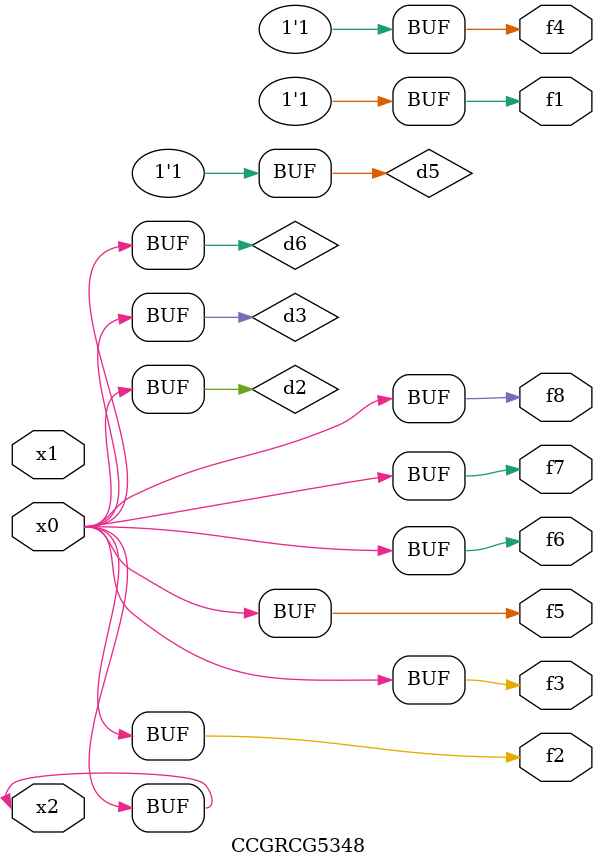
<source format=v>
module CCGRCG5348(
	input x0, x1, x2,
	output f1, f2, f3, f4, f5, f6, f7, f8
);

	wire d1, d2, d3, d4, d5, d6;

	xnor (d1, x2);
	buf (d2, x0, x2);
	and (d3, x0);
	xnor (d4, x1, x2);
	nand (d5, d1, d3);
	buf (d6, d2, d3);
	assign f1 = d5;
	assign f2 = d6;
	assign f3 = d6;
	assign f4 = d5;
	assign f5 = d6;
	assign f6 = d6;
	assign f7 = d6;
	assign f8 = d6;
endmodule

</source>
